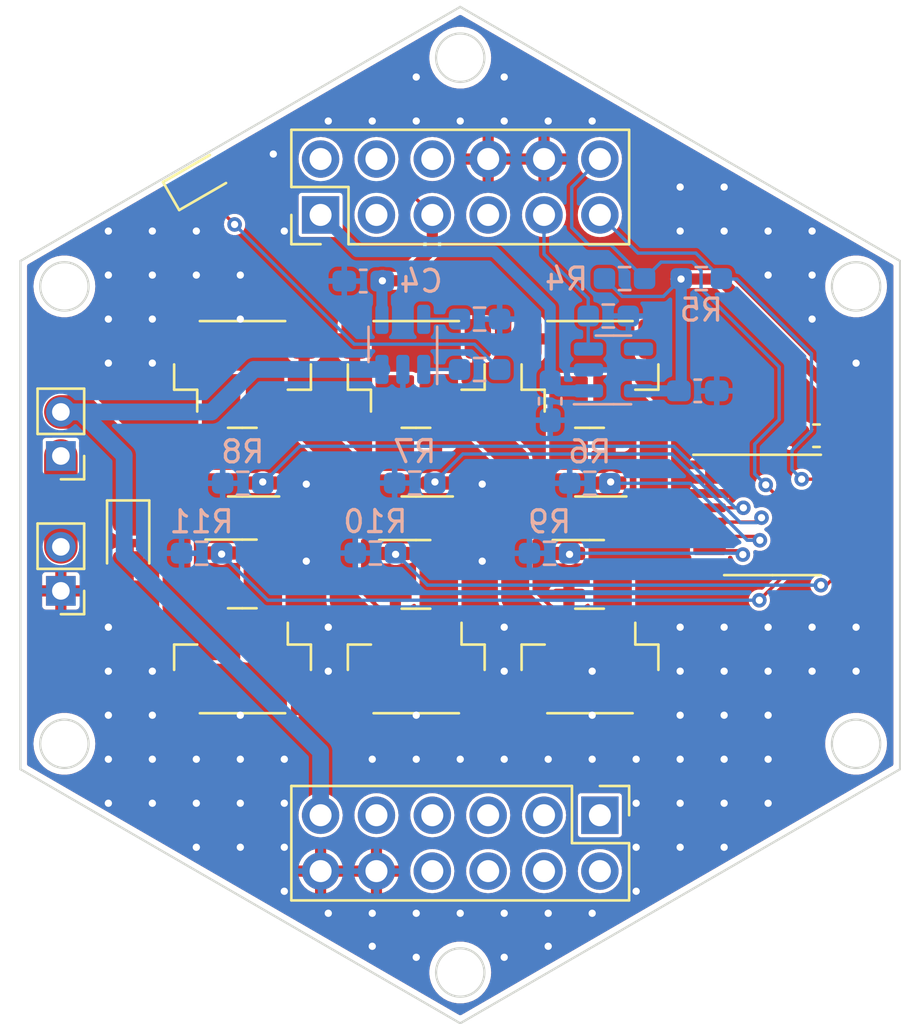
<source format=kicad_pcb>
(kicad_pcb (version 20240108) (generator "pcbnew") (generator_version "8.0")
  (layers (0 "F.Cu" signal) (31 "B.Cu" signal) (34 "B.Paste" user) (35 "F.Paste" user) (36 "B.SilkS" user "B.Silkscreen") (37 "F.SilkS" user "F.Silkscreen") (38 "B.Mask" user) (39 "F.Mask" user) (44 "Edge.Cuts" user))
  (net 0 "")
  (net 1 "GND")
  (net 2 "VCC")
  (net 3 "+5V")
  (net 4 "/D8")
  (net 5 "/A5")
  (net 6 "/VBAT")
  (net 7 "/RXD")
  (net 8 "/BURN_EN")
  (net 9 "/A3")
  (net 10 "/SDA")
  (net 11 "/SCL")
  (net 12 "/A2")
  (net 13 "/D12")
  (net 14 "/BR_1")
  (net 15 "/BAT_BR")
  (net 16 "/BR_2")
  (net 17 "/BR_3")
  (net 18 "/BR_4")
  (net 19 "/BR_5")
  (net 20 "/D10")
  (net 21 "/MOSI")
  (net 22 "/BR_6")
  (net 23 "/BR_1_EN")
  (net 24 "/BR_2_EN")
  (net 25 "/D1")
  (net 26 "/BR_3_EN")
  (net 27 "/BR_4_EN")
  (net 28 "/BR_5_EN")
  (net 29 "/BR_6_EN")
  (net 31 "/SCK")
  (net 32 "/D3")
  (net 33 "/D2")
  (net 34 "/A4")
  (net 35 "Net-(D1-K)")
  (net 36 "Net-(U2-PROG)")
  (net 37 "Net-(U2-STAT)")
  (net 38 "/MISO")
  (net 41 "Net-(J10-Pin_2)")
  (footprint "Package_TO_SOT_SMD:SOT-23" (layer "F.Cu") (at 148.1475 97.698621 180)
    (property "Reference" "Q5" (hide yes))
    (property "Value" "DMN2056U")
  )
  (footprint "Connector_JST:JST_SH_BM04B-SRSS-TB_1x04-1MP_P1.00mm_Vertical" (layer "F.Cu") (at 140.26 107.098621 180)
    (property "Reference" "J3" (hide yes))
    (property "Value" "BR_conn")
  )
  (footprint "Capacitor_SMD:C_0603_1608Metric_Pad1.08x0.95mm_HandSolder" (layer "F.Cu") (at 166.36 96.498621 180)
    (property "Reference" "C2" (hide yes))
    (property "Value" "0.1uF")
  )
  (footprint "Package_TO_SOT_SMD:SOT-23" (layer "F.Cu") (at 156.04 102.798621)
    (property "Reference" "Q3" (hide yes))
    (property "Value" "DMN2056U")
  )
  (footprint "LED_SMD:LED_0603_1608Metric_Pad1.05x0.95mm_HandSolder" (layer "F.Cu") (at 138.45 84.778621 30)
    (property "Reference" "D1" (hide yes))
    (property "Value" "RED")
  )
  (footprint "Connector_PinHeader_2.00mm:PinHeader_1x02_P2.00mm_Vertical" (layer "F.Cu") (at 132 103.548621 180)
    (property "Reference" "J10" (hide yes))
    (property "Value" "Switch")
  )
  (footprint "Package_TO_SOT_SMD:SOT-23" (layer "F.Cu") (at 140.25 97.698621 180)
    (property "Reference" "Q4" (hide yes))
    (property "Value" "DMN2056U")
  )
  (footprint "Connector_PinHeader_2.54mm:PinHeader_2x06_P2.54mm_Vertical" (layer "F.Cu") (at 143.81 86.465599 90)
    (property "Reference" "J1" (hide yes))
    (property "Value" "Conn_02x06_Odd_Even" (hide yes))
  )
  (footprint "Connector_JST:JST_SH_BM04B-SRSS-TB_1x04-1MP_P1.00mm_Vertical" (layer "F.Cu") (at 156.06 107.098621 180)
    (property "Reference" "J5" (hide yes))
    (property "Value" "BR_conn")
  )
  (footprint "LED_SMD:LED_0805_2012Metric_Pad1.15x1.40mm_HandSolder" (layer "F.Cu") (at 135.06 101.298621 -90)
    (property "Reference" "C3" (hide yes))
    (property "Value" "47uF")
  )
  (footprint "Connector_JST:JST_SH_BM04B-SRSS-TB_1x04-1MP_P1.00mm_Vertical" (layer "F.Cu") (at 156.06 93.298621)
    (property "Reference" "J8" (hide yes))
    (property "Value" "BR_conn")
  )
  (footprint "Connector_JST:JST_SH_BM04B-SRSS-TB_1x04-1MP_P1.00mm_Vertical" (layer "F.Cu") (at 140.26 93.298621)
    (property "Reference" "J6" (hide yes))
    (property "Value" "BR_conn")
  )
  (footprint "Connector_PinHeader_2.54mm:PinHeader_2x06_P2.54mm_Vertical" (layer "F.Cu") (at 156.51 113.743621 -90)
    (property "Reference" "J2" (hide yes))
    (property "Value" "Conn_02x06_Odd_Even" (hide yes))
  )
  (footprint "Package_TO_SOT_SMD:SOT-23" (layer "F.Cu") (at 140.25 102.778621)
    (property "Reference" "Q1" (hide yes))
    (property "Value" "DMN2056U")
  )
  (footprint "Connector_PinHeader_2.00mm:PinHeader_1x02_P2.00mm_Vertical" (layer "F.Cu") (at 132 97.418621 180)
    (property "Reference" "J9" (hide yes))
    (property "Value" "Battery")
  )
  (footprint "Package_SO:TSSOP-16_4.4x5mm_P0.65mm" (layer "F.Cu") (at 164.36 100.098621)
    (property "Reference" "U1" (hide yes))
    (property "Value" "TCA9534")
  )
  (footprint "Package_TO_SOT_SMD:SOT-23" (layer "F.Cu") (at 156.04 97.698621 180)
    (property "Reference" "Q6" (hide yes))
    (property "Value" "DMN2056U")
  )
  (footprint "Connector_JST:JST_SH_BM04B-SRSS-TB_1x04-1MP_P1.00mm_Vertical" (layer "F.Cu") (at 148.16 107.098621 180)
    (property "Reference" "J4" (hide yes))
    (property "Value" "BR_conn")
  )
  (footprint "Connector_JST:JST_SH_BM04B-SRSS-TB_1x04-1MP_P1.00mm_Vertical" (layer "F.Cu") (at 148.16 93.298621)
    (property "Reference" "J7" (hide yes))
    (property "Value" "BR_conn")
  )
  (footprint "Package_TO_SOT_SMD:SOT-23" (layer "F.Cu") (at 148.1475 102.798621)
    (property "Reference" "Q2" (hide yes))
    (property "Value" "DMN2056U")
  )
  (footprint "Resistor_SMD:R_0603_1608Metric_Pad0.98x0.95mm_HandSolder" (layer "B.Cu") (at 157.63 89.358621)
    (property "Reference" "R4")
    (property "Value" "NC")
  )
  (footprint "Resistor_SMD:R_0603_1608Metric_Pad0.98x0.95mm_HandSolder" (layer "B.Cu") (at 154.22 101.838621 180)
    (property "Reference" "R9")
    (property "Value" "10k")
  )
  (footprint "Resistor_SMD:R_0603_1608Metric_Pad0.98x0.95mm_HandSolder" (layer "B.Cu") (at 140.27 98.658621 180)
    (property "Reference" "R8")
    (property "Value" "10k")
  )
  (footprint "Package_TO_SOT_SMD:TSOT-23-5" (layer "B.Cu") (at 157.13 93.508621)
    (property "Reference" "U3" (hide yes))
    (property "Value" "ADP160AUJZ-3.3-R7")
  )
  (footprint "Resistor_SMD:R_0603_1608Metric_Pad0.98x0.95mm_HandSolder" (layer "B.Cu") (at 161.12 89.358621)
    (property "Reference" "R5")
    (property "Value" "NC")
  )
  (footprint "Resistor_SMD:R_0603_1608Metric_Pad0.98x0.95mm_HandSolder" (layer "B.Cu") (at 151.04 91.198621 180)
    (property "Reference" "R1" (hide yes))
    (property "Value" "1k")
  )
  (footprint "Capacitor_SMD:C_0603_1608Metric_Pad1.08x0.95mm_HandSolder" (layer "B.Cu") (at 145.75 89.468621 180)
    (property "Reference" "C4")
    (property "Value" "0.1uF")
  )
  (footprint "Resistor_SMD:R_0603_1608Metric_Pad0.98x0.95mm_HandSolder" (layer "B.Cu") (at 146.3 101.828621 180)
    (property "Reference" "R10")
    (property "Value" "10k")
  )
  (footprint "Resistor_SMD:R_0603_1608Metric_Pad0.98x0.95mm_HandSolder" (layer "B.Cu") (at 138.4 101.838621 180)
    (property "Reference" "R11")
    (property "Value" "10k")
  )
  (footprint "Resistor_SMD:R_0603_1608Metric_Pad0.98x0.95mm_HandSolder" (layer "B.Cu") (at 151.04 93.488621)
    (property "Reference" "R2" (hide yes))
    (property "Value" "1k")
  )
  (footprint "Package_TO_SOT_SMD:SOT-23-5" (layer "B.Cu") (at 147.55 92.348621 90)
    (property "Reference" "U2" (hide yes))
    (property "Value" "MCP73831-2-OT")
  )
  (footprint "Resistor_SMD:R_0603_1608Metric_Pad0.98x0.95mm_HandSolder" (layer "B.Cu") (at 148.09 98.648621 180)
    (property "Reference" "R7")
    (property "Value" "10k")
  )
  (footprint "Resistor_SMD:R_0603_1608Metric_Pad0.98x0.95mm_HandSolder" (layer "B.Cu") (at 156.05 98.658621 180)
    (property "Reference" "R6")
    (property "Value" "10k")
  )
  (footprint "Capacitor_SMD:C_0603_1608Metric_Pad1.08x0.95mm_HandSolder" (layer "B.Cu") (at 154.25 94.928621 -90)
    (property "Reference" "C6" (hide yes))
    (property "Value" "0.1uF")
  )
  (footprint "Capacitor_SMD:C_0603_1608Metric_Pad1.08x0.95mm_HandSolder" (layer "B.Cu") (at 160.9625 94.458621 180)
    (property "Reference" "C5" (hide yes))
    (property "Value" "10uF")
  )
  (footprint "Resistor_SMD:R_0603_1608Metric_Pad0.98x0.95mm_HandSolder" (layer "B.Cu") (at 156.8925 91.058621 180)
    (property "Reference" "R3" (hide yes))
    (property "Value" "1k")
  )
  (gr_line (start 130.16 88.557605) (end 130.16 111.651615) (stroke (width 0.1)) (layer "Edge.Cuts"))
  (gr_circle (center 168.16 110.496915) (end 169.26 110.496915) (stroke (width 0.1)) (fill none) (layer "Edge.Cuts"))
  (gr_line (start 130.16 111.651615) (end 150.16 123.198621) (stroke (width 0.1)) (layer "Edge.Cuts"))
  (gr_circle (center 168.16 89.712305) (end 169.26 89.712305) (stroke (width 0.1)) (fill none) (layer "Edge.Cuts"))
  (gr_circle (center 132.16 89.712305) (end 133.26 89.712305) (stroke (width 0.1)) (fill none) (layer "Edge.Cuts"))
  (gr_line (start 150.16 77.010599) (end 130.16 88.557605) (stroke (width 0.1)) (layer "Edge.Cuts"))
  (gr_line (start 170.16 88.557605) (end 150.16 77.010599) (stroke (width 0.1)) (layer "Edge.Cuts"))
  (gr_circle (center 150.16 79.32) (end 151.26 79.32) (stroke (width 0.1)) (fill none) (layer "Edge.Cuts"))
  (gr_circle (center 150.16 120.88922) (end 151.26 120.88922) (stroke (width 0.1)) (fill none) (layer "Edge.Cuts"))
  (gr_line (start 170.16 111.651615) (end 170.16 88.557605) (stroke (width 0.1)) (layer "Edge.Cuts"))
  (gr_line (start 150.16 123.198621) (end 170.16 111.651615) (stroke (width 0.1)) (layer "Edge.Cuts"))
  (gr_circle (center 132.16 110.496915) (end 133.26 110.496915) (stroke (width 0.1)) (fill none) (layer "Edge.Cuts"))
  (via (at 134.16 109.198621) (size 0.6604) (drill 0.3302) (layers "F.Cu" "B.Cu") (net 1))
  (via (at 144.16 105.198621) (size 0.6604) (drill 0.3302) (layers "F.Cu" "B.Cu") (net 1))
  (via (at 134.16 111.198621) (size 0.6604) (drill 0.3302) (layers "F.Cu" "B.Cu") (net 1))
  (via (at 134.16 91.198621) (size 0.6604) (drill 0.3302) (layers "F.Cu" "B.Cu") (net 1))
  (via (at 152.16 118.198621) (size 0.6604) (drill 0.3302) (layers "F.Cu" "B.Cu") (net 1))
  (via (at 162.16 87.198621) (size 0.6604) (drill 0.3302) (layers "F.Cu" "B.Cu") (net 1))
  (via (at 142.16 113.198621) (size 0.6604) (drill 0.3302) (layers "F.Cu" "B.Cu") (net 1))
  (via (at 164.16 109.198621) (size 0.6604) (drill 0.3302) (layers "F.Cu" "B.Cu") (net 1))
  (via (at 150.16 82.198621) (size 0.6604) (drill 0.3302) (layers "F.Cu" "B.Cu") (net 1))
  (via (at 148.16 111.198621) (size 0.6604) (drill 0.3302) (layers "F.Cu" "B.Cu") (net 1))
  (via (at 150.16 111.198621) (size 0.6604) (drill 0.3302) (layers "F.Cu" "B.Cu") (net 1))
  (via (at 164.16 105.198621) (size 0.6604) (drill 0.3302) (layers "F.Cu" "B.Cu") (net 1))
  (via (at 136.16 89.198621) (size 0.6604) (drill 0.3302) (layers "F.Cu" "B.Cu") (net 1))
  (via (at 138.16 89.198621) (size 0.6604) (drill 0.3302) (layers "F.Cu" "B.Cu") (net 1))
  (via (at 166.16 89.198621) (size 0.6604) (drill 0.3302) (layers "F.Cu" "B.Cu") (net 1))
  (via (at 160.16 111.198621) (size 0.6604) (drill 0.3302) (layers "F.Cu" "B.Cu") (net 1))
  (via (at 151.16 98.698621) (size 0.6604) (drill 0.3302) (layers "F.Cu" "B.Cu") (net 1))
  (via (at 140.16 111.198621) (size 0.6604) (drill 0.3302) (layers "F.Cu" "B.Cu") (net 1))
  (via (at 158.16 117.198621) (size 0.6604) (drill 0.3302) (layers "F.Cu" "B.Cu") (net 1))
  (via (at 152.16 111.198621) (size 0.6604) (drill 0.3302) (layers "F.Cu" "B.Cu") (net 1))
  (via (at 142.16 111.198621) (size 0.6604) (drill 0.3302) (layers "F.Cu" "B.Cu") (net 1))
  (via (at 136.16 113.198621) (size 0.6604) (drill 0.3302) (layers "F.Cu" "B.Cu") (net 1))
  (via (at 142.16 117.198621) (size 0.6604) (drill 0.3302) (layers "F.Cu" "B.Cu") (net 1))
  (via (at 140.16 89.198621) (size 0.6604) (drill 0.3302) (layers "F.Cu" "B.Cu") (net 1))
  (via (at 148.16 120.198621) (size 0.6604) (drill 0.3302) (layers "F.Cu" "B.Cu") (net 1))
  (via (at 166.16 105.198621) (size 0.6604) (drill 0.3302) (layers "F.Cu" "B.Cu") (net 1))
  (via (at 144.16 107.198621) (size 0.6604) (drill 0.3302) (layers "F.Cu" "B.Cu") (net 1))
  (via (at 140.16 91.198621) (size 0.6604) (drill 0.3302) (layers "F.Cu" "B.Cu") (net 1))
  (via (at 152.16 120.198621) (size 0.6604) (drill 0.3302) (layers "F.Cu" "B.Cu") (net 1))
  (via (at 162.16 109.198621) (size 0.6604) (drill 0.3302) (layers "F.Cu" "B.Cu") (net 1))
  (via (at 158.16 113.198621) (size 0.6604) (drill 0.3302) (layers "F.Cu" "B.Cu") (net 1))
  (via (at 146.16 82.198621) (size 0.6604) (drill 0.3302) (layers "F.Cu" "B.Cu") (net 1))
  (via (at 140.16 109.198621) (size 0.6604) (drill 0.3302) (layers "F.Cu" "B.Cu") (net 1))
  (via (at 158.16 111.198621) (size 0.6604) (drill 0.3302) (layers "F.Cu" "B.Cu") (net 1))
  (via (at 134.16 107.198621) (size 0.6604) (drill 0.3302) (layers "F.Cu" "B.Cu") (net 1))
  (via (at 146.16 118.198621) (size 0.6604) (drill 0.3302) (layers "F.Cu" "B.Cu") (net 1))
  (via (at 156.16 82.198621) (size 0.6604) (drill 0.3302) (layers "F.Cu" "B.Cu") (net 1))
  (via (at 162.16 105.198621) (size 0.6604) (drill 0.3302) (layers "F.Cu" "B.Cu") (net 1))
  (via (at 134.16 87.198621) (size 0.6604) (drill 0.3302) (layers "F.Cu" "B.Cu") (net 1))
  (via (at 134.16 93.198621) (size 0.6604) (drill 0.3302) (layers "F.Cu" "B.Cu") (net 1))
  (via (at 152.16 107.198621) (size 0.6604) (drill 0.3302) (layers "F.Cu" "B.Cu") (net 1))
  (via (at 136.16 93.198621) (size 0.6604) (drill 0.3302) (layers "F.Cu" "B.Cu") (net 1))
  (via (at 136.16 87.198621) (size 0.6604) (drill 0.3302) (layers "F.Cu" "B.Cu") (net 1))
  (via (at 138.16 111.198621) (size 0.6604) (drill 0.3302) (layers "F.Cu" "B.Cu") (net 1))
  (via (at 154.16 82.198621) (size 0.6604) (drill 0.3302) (layers "F.Cu" "B.Cu") (net 1))
  (via (at 162.16 111.198621) (size 0.6604) (drill 0.3302) (layers "F.Cu" "B.Cu") (net 1))
  (via (at 152.16 105.198621) (size 0.6604) (drill 0.3302) (layers "F.Cu" "B.Cu") (net 1))
  (via (at 162.16 113.198621) (size 0.6604) (drill 0.3302) (layers "F.Cu" "B.Cu") (net 1))
  (via (at 134.16 105.198621) (size 0.6604) (drill 0.3302) (layers "F.Cu" "B.Cu") (net 1))
  (via (at 136.16 111.198621) (size 0.6604) (drill 0.3302) (layers "F.Cu" "B.Cu") (net 1))
  (via (at 146.16 111.198621) (size 0.6604) (drill 0.3302) (layers "F.Cu" "B.Cu") (net 1))
  (via (at 154.16 111.198621) (size 0.6604) (drill 0.3302) (layers "F.Cu" "B.Cu") (net 1))
  (via (at 142.16 87.198621) (size 0.6604) (drill 0.3302) (layers "F.Cu" "B.Cu") (net 1))
  (via (at 154.16 118.198621) (size 0.6604) (drill 0.3302) (layers "F.Cu" "B.Cu") (net 1))
  (via (at 164.16 111.198621) (size 0.6604) (drill 0.3302) (layers "F.Cu" "B.Cu") (net 1))
  (via (at 148.16 82.198621) (size 0.6604) (drill 0.3302) (layers "F.Cu" "B.Cu") (net 1))
  (via (at 134.16 113.198621) (size 0.6604) (drill 0.3302) (layers "F.Cu" "B.Cu") (net 1))
  (via (at 160.16 85.198621) (size 0.6604) (drill 0.3302) (layers "F.Cu" "B.Cu") (net 1))
  (via (at 166.16 107.198621) (size 0.6604) (drill 0.3302) (layers "F.Cu" "B.Cu") (net 1))
  (via (at 136.16 109.198621) (size 0.6604) (drill 0.3302) (layers "F.Cu" "B.Cu") (net 1))
  (via (at 168.16 105.198621) (size 0.6604) (drill 0.3302) (layers "F.Cu" "B.Cu") (net 1))
  (via (at 156.16 109.198621) (size 0.6604) (drill 0.3302) (layers "F.Cu" "B.Cu") (net 1))
  (via (at 141.66 83.698621) (size 0.6604) (drill 0.3302) (layers "F.Cu" "B.Cu") (net 1))
  (via (at 160.16 109.198621) (size 0.6604) (drill 0.3302) (layers "F.Cu" "B.Cu") (net 1))
  (via (at 162.16 107.198621) (size 0.6604) (drill 0.3302) (layers "F.Cu" "B.Cu") (net 1))
  (via (at 166.16 87.198621) (size 0.6604) (drill 0.3302) (layers "F.Cu" "B.Cu") (net 1))
  (via (at 160.16 87.198621) (size 0.6604) (drill 0.3302) (layers "F.Cu" "B.Cu") (net 1))
  (via (at 162.16 85.198621) (size 0.6604) (drill 0.3302) (layers "F.Cu" "B.Cu") (net 1))
  (via (at 136.16 91.198621) (size 0.6604) (drill 0.3302) (layers "F.Cu" "B.Cu") (net 1))
  (via (at 160.16 107.198621) (size 0.6604) (drill 0.3302) (layers "F.Cu" "B.Cu") (net 1))
  (via (at 148.16 80.198621) (size 0.6604) (drill 0.3302) (layers "F.Cu" "B.Cu") (net 1))
  (via (at 156.16 107.198621) (size 0.6604) (drill 0.3302) (layers "F.Cu" "B.Cu") (net 1))
  (via (at 144.16 82.198621) (size 0.6604) (drill 0.3302) (layers "F.Cu" "B.Cu") (net 1))
  (via (at 148.16 118.198621) (size 0.6604) (drill 0.3302) (layers "F.Cu" "B.Cu") (net 1))
  (via (at 156.16 118.198621) (size 0.6604) (drill 0.3302) (layers "F.Cu" "B.Cu") (net 1))
  (via (at 138.16 115.198621) (size 0.6604) (drill 0.3302) (layers "F.Cu" "B.Cu") (net 1))
  (via (at 143.16 98.698621) (size 0.6604) (drill 0.3302) (layers "F.Cu" "B.Cu") (net 1))
  (via (at 164.16 87.198621) (size 0.6604) (drill 0.3302) (layers "F.Cu" "B.Cu") (net 1))
  (via (at 168.16 93.198621) (size 0.6604) (drill 0.3302) (layers "F.Cu" "B.Cu") (net 1))
  (via (at 162.16 115.198621) (size 0.6604) (drill 0.3302) (layers "F.Cu" "B.Cu") (net 1))
  (via (at 136.16 107.198621) (size 0.6604) (drill 0.3302) (layers "F.Cu" "B.Cu") (net 1))
  (via (at 134.16 89.198621) (size 0.6604) (drill 0.3302) (layers "F.Cu" "B.Cu") (net 1))
  (via (at 168.16 107.198621) (size 0.6604) (drill 0.3302) (layers "F.Cu" "B.Cu") (net 1))
  (via (at 146.16 119.698621) (size 0.6604) (drill 0.3302) (layers "F.Cu" "B.Cu") (net 1))
  (via (at 138.16 113.198621) (size 0.6604) (drill 0.3302) (layers "F.Cu" "B.Cu") (net 1))
  (via (at 142.16 115.198621) (size 0.6604) (drill 0.3302) (layers "F.Cu" "B.Cu") (net 1))
  (via (at 164.16 113.198621) (size 0.6604) (drill 0.3302) (layers "F.Cu" "B.Cu") (net 1))
  (via (at 160.16 115.198621) (size 0.6604) (drill 0.3302) (layers "F.Cu" "B.Cu") (net 1))
  (via (at 158.16 115.198621) (size 0.6604) (drill 0.3302) (layers "F.Cu" "B.Cu") (net 1))
  (via (at 152.16 82.198621) (size 0.6604) (drill 0.3302) (layers "F.Cu" "B.Cu") (net 1))
  (via (at 150.16 118.198621) (size 0.6604) (drill 0.3302) (layers "F.Cu" "B.Cu") (net 1))
  (via (at 140.16 113.198621) (size 0.6604) (drill 0.3302) (layers "F.Cu" "B.Cu") (net 1))
  (via (at 164.16 107.198621) (size 0.6604) (drill 0.3302) (layers "F.Cu" "B.Cu") (net 1))
  (via (at 166.16 91.198621) (size 0.6604) (drill 0.3302) (layers "F.Cu" "B.Cu") (net 1))
  (via (at 144.16 118.198621) (size 0.6604) (drill 0.3302) (layers "F.Cu" "B.Cu") (net 1))
  (via (at 164.16 89.198621) (size 0.6604) (drill 0.3302) (layers "F.Cu" "B.Cu") (net 1))
  (via (at 152.16 80.198621) (size 0.6604) (drill 0.3302) (layers "F.Cu" "B.Cu") (net 1))
  (via (at 154.16 119.698621) (size 0.6604) (drill 0.3302) (layers "F.Cu" "B.Cu") (net 1))
  (via (at 156.16 111.198621) (size 0.6604) (drill 0.3302) (layers "F.Cu" "B.Cu") (net 1))
  (via (at 140.16 115.198621) (size 0.6604) (drill 0.3302) (layers "F.Cu" "B.Cu") (net 1))
  (via (at 143.16 102.198621) (size 0.6604) (drill 0.3302) (layers "F.Cu" "B.Cu") (net 1))
  (via (at 151.16 102.198621) (size 0.6604) (drill 0.3302) (layers "F.Cu" "B.Cu") (net 1))
  (via (at 160.16 105.198621) (size 0.6604) (drill 0.3302) (layers "F.Cu" "B.Cu") (net 1))
  (via (at 148.16 109.198621) (size 0.6604) (drill 0.3302) (layers "F.Cu" "B.Cu") (net 1))
  (via (at 138.16 87.198621) (size 0.6604) (drill 0.3302) (layers "F.Cu" "B.Cu") (net 1))
  (via (at 160.16 113.198621) (size 0.6604) (drill 0.3302) (layers "F.Cu" "B.Cu") (net 1))
  (segment (start 167.2225 97.823621) (end 167.2225 96.498621) (width 0.381) (layer "F.Cu") (net 2))
  (segment (start 161.96 89.378621) (end 160.2 89.378621) (width 0.508) (layer "F.Cu") (net 2))
  (segment (start 167.2225 94.641121) (end 161.96 89.378621) (width 0.508) (layer "F.Cu") (net 2))
  (segment (start 167.2225 96.498621) (end 167.2225 94.641121) (width 0.508) (layer "F.Cu") (net 2))
  (via (at 160.2 89.378621) (size 0.6604) (drill 0.3302) (layers "F.Cu" "B.Cu") (net 2))
  (segment (start 157.5275 90.168621) (end 156.7175 89.358621) (width 0.1524) (layer "B.Cu") (net 2))
  (segment (start 158.2675 94.458621) (end 160.1 94.458621) (width 0.508) (layer "B.Cu") (net 2))
  (segment (start 159.3975 90.168621) (end 157.5275 90.168621) (width 0.1524) (layer "B.Cu") (net 2))
  (segment (start 160.2075 94.351121) (end 160.1 94.458621) (width 0.508) (layer "B.Cu") (net 2))
  (segment (start 160.2075 89.358621) (end 159.3975 90.168621) (width 0.1524) (layer "B.Cu") (net 2))
  (segment (start 160.2075 89.358621) (end 160.2075 94.351121) (width 0.508) (layer "B.Cu") (net 2))
  (segment (start 147.603022 85.178621) (end 148.89 86.465599) (width 0.1524) (layer "F.Cu") (net 3))
  (segment (start 139.207772 84.341121) (end 140.045272 85.178621) (width 0.1524) (layer "F.Cu") (net 3))
  (segment (start 147.46 89.458621) (end 146.62 89.458621) (width 0.508) (layer "F.Cu") (net 3))
  (segment (start 140.045272 85.178621) (end 147.603022 85.178621) (width 0.1524) (layer "F.Cu") (net 3))
  (segment (start 148.89 88.028621) (end 147.46 89.458621) (width 0.508) (layer "F.Cu") (net 3))
  (segment (start 148.89 86.465599) (end 148.89 88.028621) (width 0.508) (layer "F.Cu") (net 3))
  (via (at 146.62 89.458621) (size 0.6604) (drill 0.3302) (layers "F.Cu" "B.Cu") (net 3))
  (segment (start 146.62 89.458621) (end 146.6125 89.468621) (width 0.508) (layer "B.Cu") (net 3))
  (segment (start 146.6 91.211121) (end 146.6 89.481121) (width 0.508) (layer "B.Cu") (net 3))
  (segment (start 146.6 89.481121) (end 146.6125 89.468621) (width 1) (layer "B.Cu") (net 3))
  (segment (start 155.9925 94.458621) (end 154.6425 94.458621) (width 0.508) (layer "B.Cu") (net 6))
  (segment (start 145.473022 88.128621) (end 151.23 88.128621) (width 0.508) (layer "B.Cu") (net 6))
  (segment (start 154.25 90.678621) (end 154.25 94.066121) (width 0.508) (layer "B.Cu") (net 6))
  (segment (start 151.23 88.128621) (end 151.7 88.128621) (width 0.508) (layer "B.Cu") (net 6))
  (segment (start 151.7 88.128621) (end 154.25 90.678621) (width 0.508) (layer "B.Cu") (net 6))
  (segment (start 154.6425 94.458621) (end 154.25 94.066121) (width 0.508) (layer "B.Cu") (net 6))
  (segment (start 143.81 86.465599) (end 145.473022 88.128621) (width 0.508) (layer "B.Cu") (net 6))
  (segment (start 155.98 91.058621) (end 155.98 92.546121) (width 0.1524) (layer "B.Cu") (net 8))
  (segment (start 155.98 90.258621) (end 153.97 88.248621) (width 0.1524) (layer "B.Cu") (net 8))
  (segment (start 153.97 88.248621) (end 153.97 86.465599) (width 0.1524) (layer "B.Cu") (net 8))
  (segment (start 155.98 92.546121) (end 155.9925 92.558621) (width 0.1524) (layer "B.Cu") (net 8))
  (segment (start 155.98 91.058621) (end 155.98 90.258621) (width 0.1524) (layer "B.Cu") (net 8))
  (segment (start 167.2225 98.473621) (end 165.685 98.473621) (width 0.1524) (layer "F.Cu") (net 10))
  (via (at 165.685 98.473621) (size 0.6604) (drill 0.3302) (layers "F.Cu" "B.Cu") (net 10))
  (segment (start 162.7375 89.376121) (end 166.13 92.768621) (width 0.1524) (layer "B.Cu") (net 10))
  (segment (start 165.685 98.473621) (end 165.245 98.033621) (width 0.1524) (layer "B.Cu") (net 10))
  (segment (start 160.8725 88.198621) (end 162.0325 89.358621) (width 0.1524) (layer "B.Cu") (net 10))
  (segment (start 165.795 96.613621) (end 166.13 96.278621) (width 0.1524) (layer "B.Cu") (net 10))
  (segment (start 162.05 89.376121) (end 162.0325 89.358621) (width 0.1524) (layer "B.Cu") (net 10))
  (segment (start 165.795 96.613621) (end 165.245 97.163621) (width 0.1524) (layer "B.Cu") (net 10))
  (segment (start 162.7375 89.376121) (end 162.05 89.376121) (width 0.1524) (layer "B.Cu") (net 10))
  (segment (start 166.13 96.278621) (end 166.13 92.768621) (width 0.1524) (layer "B.Cu") (net 10))
  (segment (start 165.245 97.163621) (end 165.245 98.033621) (width 0.1524) (layer "B.Cu") (net 10))
  (segment (start 158.243022 88.198621) (end 160.8725 88.198621) (width 0.1524) (layer "B.Cu") (net 10))
  (segment (start 156.51 86.465599) (end 158.243022 88.198621) (width 0.1524) (layer "B.Cu") (net 10))
  (segment (start 164.442696 99.123621) (end 164.051348 98.732273) (width 0.1524) (layer "F.Cu") (net 11))
  (segment (start 167.2225 99.123621) (end 164.442696 99.123621) (width 0.1524) (layer "F.Cu") (net 11))
  (via (at 164.051348 98.732273) (size 0.6604) (drill 0.3302) (layers "F.Cu" "B.Cu") (net 11))
  (segment (start 161.11 89.818621) (end 164.66 93.368621) (width 0.1524) (layer "B.Cu") (net 11))
  (segment (start 164.66 95.768621) (end 163.55 96.878621) (width 0.1524) (layer "B.Cu") (net 11))
  (segment (start 161.11 88.998621) (end 161.11 89.818621) (width 0.1524) (layer "B.Cu") (net 11))
  (segment (start 160.72 88.608621) (end 161.11 88.998621) (width 0.1524) (layer "B.Cu") (net 11))
  (segment (start 164.66 94.128621) (end 164.66 95.768621) (width 0.1524) (layer "B.Cu") (net 11))
  (segment (start 163.55 98.230925) (end 164.051348 98.732273) (width 0.1524) (layer "B.Cu") (net 11))
  (segment (start 156.02 87.828621) (end 157.0125 87.828621) (width 0.1524) (layer "B.Cu") (net 11))
  (segment (start 158.5425 89.358621) (end 159.2925 88.608621) (width 0.1524) (layer "B.Cu") (net 11))
  (segment (start 157.0125 87.828621) (end 158.5425 89.358621) (width 0.1524) (layer "B.Cu") (net 11))
  (segment (start 159.2925 88.608621) (end 160.72 88.608621) (width 0.1524) (layer "B.Cu") (net 11))
  (segment (start 156.51 83.925599) (end 155.23 85.205599) (width 0.1524) (layer "B.Cu") (net 11))
  (segment (start 164.66 93.368621) (end 164.66 94.128621) (width 0.1524) (layer "B.Cu") (net 11))
  (segment (start 155.23 85.205599) (end 155.23 87.038621) (width 0.1524) (layer "B.Cu") (net 11))
  (segment (start 155.23 87.038621) (end 156.02 87.828621) (width 0.1524) (layer "B.Cu") (net 11))
  (segment (start 163.55 96.878621) (end 163.55 98.230925) (width 0.1524) (layer "B.Cu") (net 11))
  (segment (start 144.86 100.273621) (end 152.66 100.273621) (width 1.524) (layer "F.Cu") (net 15))
  (segment (start 144.86 103.973621) (end 146.66 105.773621) (width 1.27) (layer "F.Cu") (net 15))
  (segment (start 152.66 100.273621) (end 152.66 103.873621) (width 1.27) (layer "F.Cu") (net 15))
  (segment (start 144.86 97.723621) (end 141.76 94.623621) (width 1.27) (layer "F.Cu") (net 15))
  (segment (start 144.86 100.273621) (end 144.86 103.973621) (width 1.27) (layer "F.Cu") (net 15))
  (segment (start 139.3375 100.276121) (end 139.34 100.273621) (width 0.381) (layer "F.Cu") (net 15))
  (segment (start 135.06 97.524027) (end 132.954594 95.418621) (width 1.524) (layer "F.Cu") (net 15))
  (segment (start 137.56 100.273621) (end 139.34 100.273621) (width 1.524) (layer "F.Cu") (net 15))
  (segment (start 137.26 103.298621) (end 137.26 104.273621) (width 1.27) (layer "F.Cu") (net 15))
  (segment (start 132.954594 95.418621) (end 132 95.418621) (width 1.524) (layer "F.Cu") (net 15))
  (segment (start 158.96 96.023621) (end 157.56 94.623621) (width 1.27) (layer "F.Cu") (net 15))
  (segment (start 152.66 100.273621) (end 158.235 100.273621) (width 1.524) (layer "F.Cu") (net 15))
  (segment (start 152.66 103.873621) (end 154.56 105.773621) (width 1.27) (layer "F.Cu") (net 15))
  (segment (start 137.26 104.273621) (end 138.76 105.773621) (width 1.27) (layer "F.Cu") (net 15))
  (segment (start 135.0575 100.276121) (end 135.06 100.273621) (width 1.27) (layer "F.Cu") (net 15))
  (segment (start 137.26 100.273621) (end 137.26 103.298621) (width 1.27) (layer "F.Cu") (net 15))
  (segment (start 139.34 100.273621) (end 144.86 100.273621) (width 1.524) (layer "F.Cu") (net 15))
  (segment (start 158.235 100.273621) (end 158.96 99.548621) (width 1.27) (layer "F.Cu") (net 15))
  (segment (start 144.86 100.273621) (end 144.86 97.723621) (width 1.27) (layer "F.Cu") (net 15))
  (segment (start 158.96 99.548621) (end 158.96 96.023621) (width 1.27) (layer "F.Cu") (net 15))
  (segment (start 152.66 100.273621) (end 152.66 97.623621) (width 1.27) (layer "F.Cu") (net 15))
  (segment (start 152.66 97.623621) (end 149.66 94.623621) (width 1.27) (layer "F.Cu") (net 15))
  (segment (start 135.06 100.273621) (end 135.06 97.524027) (width 1.524) (layer "F.Cu") (net 15))
  (segment (start 135.06 100.273621) (end 137.56 100.273621) (width 1.524) (layer "F.Cu") (net 15))
  (segment (start 140.7825 93.486121) (end 146.6 93.486121) (width 0.762) (layer "B.Cu") (net 15))
  (segment (start 138.85 95.418621) (end 132 95.418621) (width 0.762) (layer "B.Cu") (net 15))
  (segment (start 134.88 101.918621) (end 134.88 97.398621) (width 0.762) (layer "B.Cu") (net 15))
  (segment (start 140.7825 93.486121) (end 138.85 95.418621) (width 0.762) (layer "B.Cu") (net 15))
  (segment (start 143.81 113.743621) (end 143.81 110.848621) (width 0.762) (layer "B.Cu") (net 15))
  (segment (start 134.88 97.398621) (end 132.9 95.418621) (width 0.762) (layer "B.Cu") (net 15))
  (segment (start 143.81 110.848621) (end 134.88 101.918621) (width 0.762) (layer "B.Cu") (net 15))
  (segment (start 132.9 95.418621) (end 132 95.418621) (width 0.762) (layer "B.Cu") (net 15))
  (segment (start 167.2225 101.723621) (end 166.01 101.723621) (width 0.1524) (layer "F.Cu") (net 23))
  (segment (start 166.01 101.723621) (end 163.76 103.973621) (width 0.1524) (layer "F.Cu") (net 23))
  (via (at 139.31 101.878621) (size 0.6604) (drill 0.3302) (layers "F.Cu" "B.Cu") (net 23))
  (via (at 163.76 103.973621) (size 0.6604) (drill 0.3302) (layers "F.Cu" "B.Cu") (net 23))
  (segment (start 141.405 103.973621) (end 139.31 101.878621) (width 0.1524) (layer "B.Cu") (net 23))
  (segment (start 163.76 103.973621) (end 141.405 103.973621) (width 0.1524) (layer "B.Cu") (net 23))
  (segment (start 166.81 103.288621) (end 167.2225 102.876121) (width 0.1524) (layer "F.Cu") (net 24))
  (segment (start 166.56 103.288621) (end 166.81 103.288621) (width 0.1524) (layer "F.Cu") (net 24))
  (segment (start 167.2225 102.373621) (end 167.2225 102.876121) (width 0.1524) (layer "F.Cu") (net 24))
  (via (at 147.22 101.888621) (size 0.6604) (drill 0.3302) (layers "F.Cu" "B.Cu") (net 24))
  (via (at 166.56 103.288621) (size 0.6604) (drill 0.3302) (layers "F.Cu" "B.Cu") (net 24))
  (segment (start 148.6725 103.288621) (end 147.2125 101.828621) (width 0.1524) (layer "B.Cu") (net 24))
  (segment (start 166.56 103.288621) (end 148.6725 103.288621) (width 0.1524) (layer "B.Cu") (net 24))
  (segment (start 161.4975 101.723621) (end 162.835 101.723621) (width 0.1524) (layer "F.Cu") (net 26))
  (segment (start 162.835 101.723621) (end 163.01 101.898621) (width 0.1524) (layer "F.Cu") (net 26))
  (via (at 163.01 101.898621) (size 0.6604) (drill 0.3302) (layers "F.Cu" "B.Cu") (net 26))
  (via (at 155.13 101.888621) (size 0.6604) (drill 0.3302) (layers "F.Cu" "B.Cu") (net 26))
  (segment (start 162.95 101.838621) (end 163.01 101.898621) (width 0.1524) (layer "B.Cu") (net 26))
  (segment (start 155.13 101.838621) (end 162.95 101.838621) (width 0.1524) (layer "B.Cu") (net 26))
  (segment (start 161.4975 99.773621) (end 163.035 99.773621) (width 0.1524) (layer "F.Cu") (net 27))
  (via (at 163.035 99.773621) (size 0.6604) (drill 0.3302) (layers "F.Cu" "B.Cu") (net 27))
  (via (at 141.18 98.598621) (size 0.6604) (drill 0.3302) (layers "F.Cu" "B.Cu") (net 27))
  (segment (start 142.8625 96.978621) (end 142.99 96.978621) (width 0.1524) (layer "B.Cu") (net 27))
  (segment (start 163.035 99.773621) (end 162.665 99.773621) (width 0.1524) (layer "B.Cu") (net 27))
  (segment (start 162.665 99.773621) (end 159.87 96.978621) (width 0.1524) (layer "B.Cu") (net 27))
  (segment (start 159.87 96.978621) (end 142.99 96.978621) (width 0.1524) (layer "B.Cu") (net 27))
  (segment (start 141.1825 98.658621) (end 142.8625 96.978621) (width 0.1524) (layer "B.Cu") (net 27))
  (segment (start 163.66 100.423621) (end 163.86 100.223621) (width 0.1524) (layer "F.Cu") (net 28))
  (segment (start 161.4975 100.423621) (end 163.66 100.423621) (width 0.1524) (layer "F.Cu") (net 28))
  (via (at 149.01 98.598621) (size 0.6604) (drill 0.3302) (layers "F.Cu" "B.Cu") (net 28))
  (via (at 163.86 100.223621) (size 0.6604) (drill 0.3302) (layers "F.Cu" "B.Cu") (net 28))
  (segment (start 163.635 100.448621) (end 163.86 100.223621) (width 0.1524) (layer "B.Cu") (net 28))
  (segment (start 149.01 98.598621) (end 150.28 97.328621) (width 0.1524) (layer "B.Cu") (net 28))
  (segment (start 150.28 97.328621) (end 159.78 97.328621) (width 0.1524) (layer "B.Cu") (net 28))
  (segment (start 159.78 97.328621) (end 162.9 100.448621) (width 0.1524) (layer "B.Cu") (net 28))
  (segment (start 162.9 100.448621) (end 163.635 100.448621) (width 0.1524) (layer "B.Cu") (net 28))
  (segment (start 161.4975 101.073621) (end 163.61 101.073621) (width 0.1524) (layer "F.Cu") (net 29))
  (segment (start 163.61 101.073621) (end 163.785 101.248621) (width 0.1524) (layer "F.Cu") (net 29))
  (via (at 157 98.598621) (size 0.6604) (drill 0.3302) (layers "F.Cu" "B.Cu") (net 29))
  (via (at 163.785 101.248621) (size 0.6604) (drill 0.3302) (layers "F.Cu" "B.Cu") (net 29))
  (segment (start 163.21 101.248621) (end 163.785 101.248621) (width 0.1524) (layer "B.Cu") (net 29))
  (segment (start 157 98.658621) (end 160.62 98.658621) (width 0.1524) (layer "B.Cu") (net 29))
  (segment (start 160.62 98.658621) (end 163.21 101.248621) (width 0.1524) (layer "B.Cu") (net 29))
  (segment (start 139.9 86.898621) (end 138.2175 85.216121) (width 0.1524) (layer "F.Cu") (net 35))
  (segment (start 138.2175 85.216121) (end 137.692228 85.216121) (width 0.1524) (layer "F.Cu") (net 35))
  (via (at 139.9 86.898621) (size 0.6604) (drill 0.3302) (layers "F.Cu" "B.Cu") (net 35))
  (segment (start 145.34 92.338621) (end 150.8025 92.338621) (width 0.1524) (layer "B.Cu") (net 35))
  (segment (start 150.8025 92.338621) (end 151.9525 93.488621) (width 0.1524) (layer "B.Cu") (net 35))
  (segment (start 139.9 86.898621) (end 145.34 92.338621) (width 0.1524) (layer "B.Cu") (net 35))
  (segment (start 150.115 91.211121) (end 150.1275 91.198621) (width 0.1524) (layer "B.Cu") (net 36))
  (segment (start 148.5 91.211121) (end 150.115 91.211121) (width 0.1524) (layer "B.Cu") (net 36))
  (segment (start 150.125 93.486121) (end 150.1275 93.488621) (width 0.1524) (layer "B.Cu") (net 37))
  (segment (start 148.5 93.486121) (end 150.125 93.486121) (width 0.1524) (layer "B.Cu") (net 37))
  (segment (start 132 97.418621) (end 132 101.548621) (width 1.524) (layer "F.Cu") (net 41))
  (zone (net 19) (net_name "/BR_5") (layer "F.Cu") (priority 1) (connect_pads yes (clearance 0.1524)) (min_thickness 0.1778) (fill yes (thermal_gap 0.5) (thermal_bridge_width 0.5))
    (polygon (pts (xy 146.31 93.748621) (xy 148.06 93.748621) (xy 148.06 98.098621) (xy 146.31 98.098621)))
  )
  (zone (net 22) (net_name "/BR_6") (layer "F.Cu") (priority 1) (connect_pads yes (clearance 0.1524)) (min_thickness 0.1778) (fill yes (thermal_gap 0.5) (thermal_bridge_width 0.5))
    (polygon (pts (xy 154.21 93.798621) (xy 155.96 93.798621) (xy 155.96 98.048621) (xy 154.21 98.048621)))
  )
  (zone (net 15) (net_name "/BAT_BR") (layer "F.Cu") (priority 2) (connect_pads yes (clearance 0.1524)) (min_thickness 0.1778) (fill yes (thermal_gap 0.5) (thermal_bridge_width 0.5))
    (polygon (pts (xy 156.21 93.748621) (xy 157.96 93.748621) (xy 157.96 95.498621) (xy 156.21 95.498621)))
  )
  (zone (net 1) (net_name "GND") (layer "F.Cu") (connect_pads (clearance 0.1524)) (min_thickness 0.1778) (fill yes (thermal_gap 0.1778) (thermal_bridge_width 0.508))
    (polygon (pts (xy 170.16 123.198621) (xy 130.16 123.198621) (xy 130.16 76.698621) (xy 170.16 76.698621)))
  )
  (zone (net 15) (net_name "/BAT_BR") (layer "F.Cu") (priority 2) (connect_pads yes (clearance 0.1524)) (min_thickness 0.1778) (fill yes (thermal_gap 0.5) (thermal_bridge_width 0.5))
    (polygon (pts (xy 138.41 104.948621) (xy 140.16 104.948621) (xy 140.16 106.698621) (xy 138.41 106.698621)))
  )
  (zone (net 18) (net_name "/BR_4") (layer "F.Cu") (priority 1) (connect_pads yes (clearance 0.1524)) (min_thickness 0.1778) (fill yes (thermal_gap 0.5) (thermal_bridge_width 0.5))
    (polygon (pts (xy 138.41 93.698621) (xy 140.16 93.698621) (xy 140.16 98.048621) (xy 138.41 98.048621)))
  )
  (zone (net 15) (net_name "/BAT_BR") (layer "F.Cu") (priority 2) (connect_pads yes (clearance 0.1524)) (min_thickness 0.1778) (fill yes (thermal_gap 0.5) (thermal_bridge_width 0.5))
    (polygon (pts (xy 146.31 104.948621) (xy 148.06 104.948621) (xy 148.06 106.698621) (xy 146.31 106.698621)))
  )
  (zone (net 15) (net_name "/BAT_BR") (layer "F.Cu") (priority 2) (connect_pads yes (clearance 0.1524)) (min_thickness 0.1778) (fill yes (thermal_gap 0.5) (thermal_bridge_width 0.5))
    (polygon (pts (xy 148.31 93.698621) (xy 150.06 93.698621) (xy 150.06 95.448621) (xy 148.31 95.448621)))
  )
  (zone (net 16) (net_name "/BR_2") (layer "F.Cu") (priority 1) (connect_pads yes (clearance 0.1524)) (min_thickness 0.1778) (fill yes (thermal_gap 0.5) (thermal_bridge_width 0.5))
    (polygon (pts (xy 148.31 102.398621) (xy 150.06 102.398621) (xy 150.06 106.648621) (xy 148.31 106.648621)))
  )
  (zone (net 15) (net_name "/BAT_BR") (layer "F.Cu") (priority 2) (connect_pads yes (clearance 0.1524)) (min_thickness 0.1778) (fill yes (thermal_gap 0.5) (thermal_bridge_width 0.5))
    (polygon (pts (xy 140.41 93.698621) (xy 142.16 93.698621) (xy 142.16 95.448621) (xy 140.41 95.448621)))
  )
  (zone (net 14) (net_name "/BR_1") (layer "F.Cu") (priority 1) (connect_pads yes (clearance 0.1524)) (min_thickness 0.1778) (fill yes (thermal_gap 0.5) (thermal_bridge_width 0.5))
    (polygon (pts (xy 140.31 102.398621) (xy 142.06 102.398621) (xy 142.06 106.648621) (xy 140.31 106.648621)))
  )
  (zone (net 15) (net_name "/BAT_BR") (layer "F.Cu") (priority 2) (connect_pads yes (clearance 0.1524)) (min_thickness 0.1778) (fill yes (thermal_gap 0.5) (thermal_bridge_width 0.5))
    (polygon (pts (xy 154.21 104.948621) (xy 155.96 104.948621) (xy 155.96 106.698621) (xy 154.21 106.698621)))
  )
  (zone (net 17) (net_name "/BR_3") (layer "F.Cu") (priority 1) (connect_pads yes (clearance 0.1524)) (min_thickness 0.1778) (fill yes (thermal_gap 0.5) (thermal_bridge_width 0.5))
    (polygon (pts (xy 156.21 102.398621) (xy 157.96 102.398621) (xy 157.96 106.648621) (xy 156.21 106.648621)))
  )
  (zone (net 1) (net_name "GND") (layer "B.Cu") (connect_pads (clearance 0.1524)) (min_thickness 0.1778) (fill yes (thermal_gap 0.1778) (thermal_bridge_width 0.254))
    (polygon (pts (xy 130.16 76.698621) (xy 170.16 76.698621) (xy 170.16 123.198621) (xy 130.16 123.198621)))
  )
)
</source>
